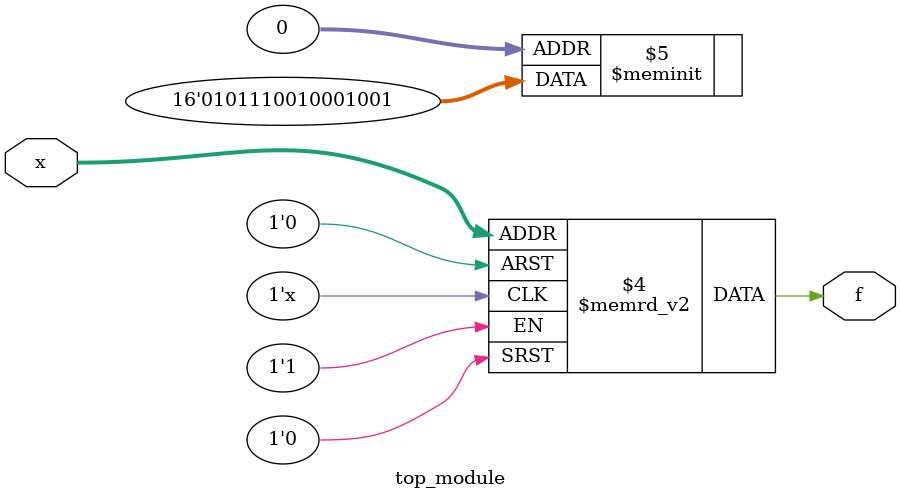
<source format=sv>
module top_module (
	input [4:1] x,
	output logic f
);

always_comb begin
    case (x)
        4'b0000: f = 1;
        4'b0001: f = 0;
        4'b0011: f = 1;
        4'b0110: f = 0;
        4'b0111: f = 1;
        4'b1000: f = 0;
        4'b1001: f = 0;
        4'b1010: f = 1;
        4'b1011: f = 1;
        4'b1100: f = 1;
        4'b1110: f = 1;
        4'b1111: f = 0;
        default: f = 0;
    endcase
end

endmodule

</source>
